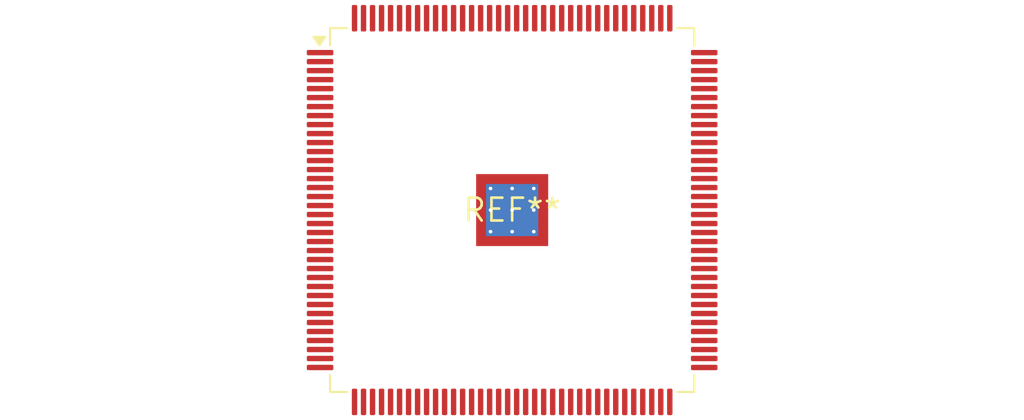
<source format=kicad_pcb>
(kicad_pcb (version 20240108) (generator pcbnew)
  (layers (0 "F.Cu" signal) (31 "B.Cu" signal) (34 "B.Paste" user) (35 "F.Paste" user) (36 "B.SilkS" user "B.Silkscreen") (37 "F.SilkS" user "F.Silkscreen") (38 "B.Mask" user) (39 "F.Mask" user) (44 "Edge.Cuts" user))
  (net 0 "")
  (footprint "EQFP-144-1EP_20x20mm_P0.5mm_EP4x4mm_ThermalVias" (layer "F.Cu") (at 0 0)
    (property "Reference" "REF**")
    (property "Value" "EQFP-144-1EP_20x20mm_P0.5mm_EP4x4mm_ThermalVias")
    (fp_line (start -10.11 -10.11) (end -10.11 -9.16) (layer "F.SilkS") (stroke (width 0.12)))
    (fp_line (start -10.11 10.11) (end -10.11 9.16) (layer "F.SilkS") (stroke (width 0.12)))
    (fp_line (start -9.16 -10.11) (end -10.11 -10.11) (layer "F.SilkS") (stroke (width 0.12)))
    (fp_line (start -9.16 10.11) (end -10.11 10.11) (layer "F.SilkS") (stroke (width 0.12)))
    (fp_line (start 9.16 -10.11) (end 10.11 -10.11) (layer "F.SilkS") (stroke (width 0.12)))
    (fp_line (start 9.16 10.11) (end 10.11 10.11) (layer "F.SilkS") (stroke (width 0.12)))
    (fp_line (start 10.11 -10.11) (end 10.11 -9.16) (layer "F.SilkS") (stroke (width 0.12)))
    (fp_line (start 10.11 10.11) (end 10.11 9.16) (layer "F.SilkS") (stroke (width 0.12)))
    (fp_poly (pts (xy -10.7 -9.16) (xy -11.04 -9.63) (xy -10.36 -9.63) (xy -10.7 -9.16)) (layer "F.SilkS") (stroke (width 0.12)) (fill solid))
    (pad "1" smd roundrect (at -10.6625 -8.75) (size 1.475 0.3) (layers "F.Cu" "F.Paste" "F.Mask"))
    (pad "2" smd roundrect (at -10.6625 -8.25) (size 1.475 0.3) (layers "F.Cu" "F.Paste" "F.Mask"))
    (pad "3" smd roundrect (at -10.6625 -7.75) (size 1.475 0.3) (layers "F.Cu" "F.Paste" "F.Mask"))
    (pad "4" smd roundrect (at -10.6625 -7.25) (size 1.475 0.3) (layers "F.Cu" "F.Paste" "F.Mask"))
    (pad "5" smd roundrect (at -10.6625 -6.75) (size 1.475 0.3) (layers "F.Cu" "F.Paste" "F.Mask"))
    (pad "6" smd roundrect (at -10.6625 -6.25) (size 1.475 0.3) (layers "F.Cu" "F.Paste" "F.Mask"))
    (pad "7" smd roundrect (at -10.6625 -5.75) (size 1.475 0.3) (layers "F.Cu" "F.Paste" "F.Mask"))
    (pad "8" smd roundrect (at -10.6625 -5.25) (size 1.475 0.3) (layers "F.Cu" "F.Paste" "F.Mask"))
    (pad "9" smd roundrect (at -10.6625 -4.75) (size 1.475 0.3) (layers "F.Cu" "F.Paste" "F.Mask"))
    (pad "10" smd roundrect (at -10.6625 -4.25) (size 1.475 0.3) (layers "F.Cu" "F.Paste" "F.Mask"))
    (pad "11" smd roundrect (at -10.6625 -3.75) (size 1.475 0.3) (layers "F.Cu" "F.Paste" "F.Mask"))
    (pad "12" smd roundrect (at -10.6625 -3.25) (size 1.475 0.3) (layers "F.Cu" "F.Paste" "F.Mask"))
    (pad "13" smd roundrect (at -10.6625 -2.75) (size 1.475 0.3) (layers "F.Cu" "F.Paste" "F.Mask"))
    (pad "14" smd roundrect (at -10.6625 -2.25) (size 1.475 0.3) (layers "F.Cu" "F.Paste" "F.Mask"))
    (pad "15" smd roundrect (at -10.6625 -1.75) (size 1.475 0.3) (layers "F.Cu" "F.Paste" "F.Mask"))
    (pad "16" smd roundrect (at -10.6625 -1.25) (size 1.475 0.3) (layers "F.Cu" "F.Paste" "F.Mask"))
    (pad "17" smd roundrect (at -10.6625 -0.75) (size 1.475 0.3) (layers "F.Cu" "F.Paste" "F.Mask"))
    (pad "18" smd roundrect (at -10.6625 -0.25) (size 1.475 0.3) (layers "F.Cu" "F.Paste" "F.Mask"))
    (pad "19" smd roundrect (at -10.6625 0.25) (size 1.475 0.3) (layers "F.Cu" "F.Paste" "F.Mask"))
    (pad "20" smd roundrect (at -10.6625 0.75) (size 1.475 0.3) (layers "F.Cu" "F.Paste" "F.Mask"))
    (pad "21" smd roundrect (at -10.6625 1.25) (size 1.475 0.3) (layers "F.Cu" "F.Paste" "F.Mask"))
    (pad "22" smd roundrect (at -10.6625 1.75) (size 1.475 0.3) (layers "F.Cu" "F.Paste" "F.Mask"))
    (pad "23" smd roundrect (at -10.6625 2.25) (size 1.475 0.3) (layers "F.Cu" "F.Paste" "F.Mask"))
    (pad "24" smd roundrect (at -10.6625 2.75) (size 1.475 0.3) (layers "F.Cu" "F.Paste" "F.Mask"))
    (pad "25" smd roundrect (at -10.6625 3.25) (size 1.475 0.3) (layers "F.Cu" "F.Paste" "F.Mask"))
    (pad "26" smd roundrect (at -10.6625 3.75) (size 1.475 0.3) (layers "F.Cu" "F.Paste" "F.Mask"))
    (pad "27" smd roundrect (at -10.6625 4.25) (size 1.475 0.3) (layers "F.Cu" "F.Paste" "F.Mask"))
    (pad "28" smd roundrect (at -10.6625 4.75) (size 1.475 0.3) (layers "F.Cu" "F.Paste" "F.Mask"))
    (pad "29" smd roundrect (at -10.6625 5.25) (size 1.475 0.3) (layers "F.Cu" "F.Paste" "F.Mask"))
    (pad "30" smd roundrect (at -10.6625 5.75) (size 1.475 0.3) (layers "F.Cu" "F.Paste" "F.Mask"))
    (pad "31" smd roundrect (at -10.6625 6.25) (size 1.475 0.3) (layers "F.Cu" "F.Paste" "F.Mask"))
    (pad "32" smd roundrect (at -10.6625 6.75) (size 1.475 0.3) (layers "F.Cu" "F.Paste" "F.Mask"))
    (pad "33" smd roundrect (at -10.6625 7.25) (size 1.475 0.3) (layers "F.Cu" "F.Paste" "F.Mask"))
    (pad "34" smd roundrect (at -10.6625 7.75) (size 1.475 0.3) (layers "F.Cu" "F.Paste" "F.Mask"))
    (pad "35" smd roundrect (at -10.6625 8.25) (size 1.475 0.3) (layers "F.Cu" "F.Paste" "F.Mask"))
    (pad "36" smd roundrect (at -10.6625 8.75) (size 1.475 0.3) (layers "F.Cu" "F.Paste" "F.Mask"))
    (pad "37" smd roundrect (at -8.75 10.6625) (size 0.3 1.475) (layers "F.Cu" "F.Paste" "F.Mask"))
    (pad "38" smd roundrect (at -8.25 10.6625) (size 0.3 1.475) (layers "F.Cu" "F.Paste" "F.Mask"))
    (pad "39" smd roundrect (at -7.75 10.6625) (size 0.3 1.475) (layers "F.Cu" "F.Paste" "F.Mask"))
    (pad "40" smd roundrect (at -7.25 10.6625) (size 0.3 1.475) (layers "F.Cu" "F.Paste" "F.Mask"))
    (pad "41" smd roundrect (at -6.75 10.6625) (size 0.3 1.475) (layers "F.Cu" "F.Paste" "F.Mask"))
    (pad "42" smd roundrect (at -6.25 10.6625) (size 0.3 1.475) (layers "F.Cu" "F.Paste" "F.Mask"))
    (pad "43" smd roundrect (at -5.75 10.6625) (size 0.3 1.475) (layers "F.Cu" "F.Paste" "F.Mask"))
    (pad "44" smd roundrect (at -5.25 10.6625) (size 0.3 1.475) (layers "F.Cu" "F.Paste" "F.Mask"))
    (pad "45" smd roundrect (at -4.75 10.6625) (size 0.3 1.475) (layers "F.Cu" "F.Paste" "F.Mask"))
    (pad "46" smd roundrect (at -4.25 10.6625) (size 0.3 1.475) (layers "F.Cu" "F.Paste" "F.Mask"))
    (pad "47" smd roundrect (at -3.75 10.6625) (size 0.3 1.475) (layers "F.Cu" "F.Paste" "F.Mask"))
    (pad "48" smd roundrect (at -3.25 10.6625) (size 0.3 1.475) (layers "F.Cu" "F.Paste" "F.Mask"))
    (pad "49" smd roundrect (at -2.75 10.6625) (size 0.3 1.475) (layers "F.Cu" "F.Paste" "F.Mask"))
    (pad "50" smd roundrect (at -2.25 10.6625) (size 0.3 1.475) (layers "F.Cu" "F.Paste" "F.Mask"))
    (pad "51" smd roundrect (at -1.75 10.6625) (size 0.3 1.475) (layers "F.Cu" "F.Paste" "F.Mask"))
    (pad "52" smd roundrect (at -1.25 10.6625) (size 0.3 1.475) (layers "F.Cu" "F.Paste" "F.Mask"))
    (pad "53" smd roundrect (at -0.75 10.6625) (size 0.3 1.475) (layers "F.Cu" "F.Paste" "F.Mask"))
    (pad "54" smd roundrect (at -0.25 10.6625) (size 0.3 1.475) (layers "F.Cu" "F.Paste" "F.Mask"))
    (pad "55" smd roundrect (at 0.25 10.6625) (size 0.3 1.475) (layers "F.Cu" "F.Paste" "F.Mask"))
    (pad "56" smd roundrect (at 0.75 10.6625) (size 0.3 1.475) (layers "F.Cu" "F.Paste" "F.Mask"))
    (pad "57" smd roundrect (at 1.25 10.6625) (size 0.3 1.475) (layers "F.Cu" "F.Paste" "F.Mask"))
    (pad "58" smd roundrect (at 1.75 10.6625) (size 0.3 1.475) (layers "F.Cu" "F.Paste" "F.Mask"))
    (pad "59" smd roundrect (at 2.25 10.6625) (size 0.3 1.475) (layers "F.Cu" "F.Paste" "F.Mask"))
    (pad "60" smd roundrect (at 2.75 10.6625) (size 0.3 1.475) (layers "F.Cu" "F.Paste" "F.Mask"))
    (pad "61" smd roundrect (at 3.25 10.6625) (size 0.3 1.475) (layers "F.Cu" "F.Paste" "F.Mask"))
    (pad "62" smd roundrect (at 3.75 10.6625) (size 0.3 1.475) (layers "F.Cu" "F.Paste" "F.Mask"))
    (pad "63" smd roundrect (at 4.25 10.6625) (size 0.3 1.475) (layers "F.Cu" "F.Paste" "F.Mask"))
    (pad "64" smd roundrect (at 4.75 10.6625) (size 0.3 1.475) (layers "F.Cu" "F.Paste" "F.Mask"))
    (pad "65" smd roundrect (at 5.25 10.6625) (size 0.3 1.475) (layers "F.Cu" "F.Paste" "F.Mask"))
    (pad "66" smd roundrect (at 5.75 10.6625) (size 0.3 1.475) (layers "F.Cu" "F.Paste" "F.Mask"))
    (pad "67" smd roundrect (at 6.25 10.6625) (size 0.3 1.475) (layers "F.Cu" "F.Paste" "F.Mask"))
    (pad "68" smd roundrect (at 6.75 10.6625) (size 0.3 1.475) (layers "F.Cu" "F.Paste" "F.Mask"))
    (pad "69" smd roundrect (at 7.25 10.6625) (size 0.3 1.475) (layers "F.Cu" "F.Paste" "F.Mask"))
    (pad "70" smd roundrect (at 7.75 10.6625) (size 0.3 1.475) (layers "F.Cu" "F.Paste" "F.Mask"))
    (pad "71" smd roundrect (at 8.25 10.6625) (size 0.3 1.475) (layers "F.Cu" "F.Paste" "F.Mask"))
    (pad "72" smd roundrect (at 8.75 10.6625) (size 0.3 1.475) (layers "F.Cu" "F.Paste" "F.Mask"))
    (pad "73" smd roundrect (at 10.6625 8.75) (size 1.475 0.3) (layers "F.Cu" "F.Paste" "F.Mask"))
    (pad "74" smd roundrect (at 10.6625 8.25) (size 1.475 0.3) (layers "F.Cu" "F.Paste" "F.Mask"))
    (pad "75" smd roundrect (at 10.6625 7.75) (size 1.475 0.3) (layers "F.Cu" "F.Paste" "F.Mask"))
    (pad "76" smd roundrect (at 10.6625 7.25) (size 1.475 0.3) (layers "F.Cu" "F.Paste" "F.Mask"))
    (pad "77" smd roundrect (at 10.6625 6.75) (size 1.475 0.3) (layers "F.Cu" "F.Paste" "F.Mask"))
    (pad "78" smd roundrect (at 10.6625 6.25) (size 1.475 0.3) (layers "F.Cu" "F.Paste" "F.Mask"))
    (pad "79" smd roundrect (at 10.6625 5.75) (size 1.475 0.3) (layers "F.Cu" "F.Paste" "F.Mask"))
    (pad "80" smd roundrect (at 10.6625 5.25) (size 1.475 0.3) (layers "F.Cu" "F.Paste" "F.Mask"))
    (pad "81" smd roundrect (at 10.6625 4.75) (size 1.475 0.3) (layers "F.Cu" "F.Paste" "F.Mask"))
    (pad "82" smd roundrect (at 10.6625 4.25) (size 1.475 0.3) (layers "F.Cu" "F.Paste" "F.Mask"))
    (pad "83" smd roundrect (at 10.6625 3.75) (size 1.475 0.3) (layers "F.Cu" "F.Paste" "F.Mask"))
    (pad "84" smd roundrect (at 10.6625 3.25) (size 1.475 0.3) (layers "F.Cu" "F.Paste" "F.Mask"))
    (pad "85" smd roundrect (at 10.6625 2.75) (size 1.475 0.3) (layers "F.Cu" "F.Paste" "F.Mask"))
    (pad "86" smd roundrect (at 10.6625 2.25) (size 1.475 0.3) (layers "F.Cu" "F.Paste" "F.Mask"))
    (pad "87" smd roundrect (at 10.6625 1.75) (size 1.475 0.3) (layers "F.Cu" "F.Paste" "F.Mask"))
    (pad "88" smd roundrect (at 10.6625 1.25) (size 1.475 0.3) (layers "F.Cu" "F.Paste" "F.Mask"))
    (pad "89" smd roundrect (at 10.6625 0.75) (size 1.475 0.3) (layers "F.Cu" "F.Paste" "F.Mask"))
    (pad "90" smd roundrect (at 10.6625 0.25) (size 1.475 0.3) (layers "F.Cu" "F.Paste" "F.Mask"))
    (pad "91" smd roundrect (at 10.6625 -0.25) (size 1.475 0.3) (layers "F.Cu" "F.Paste" "F.Mask"))
    (pad "92" smd roundrect (at 10.6625 -0.75) (size 1.475 0.3) (layers "F.Cu" "F.Paste" "F.Mask"))
    (pad "93" smd roundrect (at 10.6625 -1.25) (size 1.475 0.3) (layers "F.Cu" "F.Paste" "F.Mask"))
    (pad "94" smd roundrect (at 10.6625 -1.75) (size 1.475 0.3) (layers "F.Cu" "F.Paste" "F.Mask"))
    (pad "95" smd roundrect (at 10.6625 -2.25) (size 1.475 0.3) (layers "F.Cu" "F.Paste" "F.Mask"))
    (pad "96" smd roundrect (at 10.6625 -2.75) (size 1.475 0.3) (layers "F.Cu" "F.Paste" "F.Mask"))
    (pad "97" smd roundrect (at 10.6625 -3.25) (size 1.475 0.3) (layers "F.Cu" "F.Paste" "F.Mask"))
    (pad "98" smd roundrect (at 10.6625 -3.75) (size 1.475 0.3) (layers "F.Cu" "F.Paste" "F.Mask"))
    (pad "99" smd roundrect (at 10.6625 -4.25) (size 1.475 0.3) (layers "F.Cu" "F.Paste" "F.Mask"))
    (pad "100" smd roundrect (at 10.6625 -4.75) (size 1.475 0.3) (layers "F.Cu" "F.Paste" "F.Mask"))
    (pad "101" smd roundrect (at 10.6625 -5.25) (size 1.475 0.3) (layers "F.Cu" "F.Paste" "F.Mask"))
    (pad "102" smd roundrect (at 10.6625 -5.75) (size 1.475 0.3) (layers "F.Cu" "F.Paste" "F.Mask"))
    (pad "103" smd roundrect (at 10.6625 -6.25) (size 1.475 0.3) (layers "F.Cu" "F.Paste" "F.Mask"))
    (pad "104" smd roundrect (at 10.6625 -6.75) (size 1.475 0.3) (layers "F.Cu" "F.Paste" "F.Mask"))
    (pad "105" smd roundrect (at 10.6625 -7.25) (size 1.475 0.3) (layers "F.Cu" "F.Paste" "F.Mask"))
    (pad "106" smd roundrect (at 10.6625 -7.75) (size 1.475 0.3) (layers "F.Cu" "F.Paste" "F.Mask"))
    (pad "107" smd roundrect (at 10.6625 -8.25) (size 1.475 0.3) (layers "F.Cu" "F.Paste" "F.Mask"))
    (pad "108" smd roundrect (at 10.6625 -8.75) (size 1.475 0.3) (layers "F.Cu" "F.Paste" "F.Mask"))
    (pad "109" smd roundrect (at 8.75 -10.6625) (size 0.3 1.475) (layers "F.Cu" "F.Paste" "F.Mask"))
    (pad "110" smd roundrect (at 8.25 -10.6625) (size 0.3 1.475) (layers "F.Cu" "F.Paste" "F.Mask"))
    (pad "111" smd roundrect (at 7.75 -10.6625) (size 0.3 1.475) (layers "F.Cu" "F.Paste" "F.Mask"))
    (pad "112" smd roundrect (at 7.25 -10.6625) (size 0.3 1.475) (layers "F.Cu" "F.Paste" "F.Mask"))
    (pad "113" smd roundrect (at 6.75 -10.6625) (size 0.3 1.475) (layers "F.Cu" "F.Paste" "F.Mask"))
    (pad "114" smd roundrect (at 6.25 -10.6625) (size 0.3 1.475) (layers "F.Cu" "F.Paste" "F.Mask"))
    (pad "115" smd roundrect (at 5.75 -10.6625) (size 0.3 1.475) (layers "F.Cu" "F.Paste" "F.Mask"))
    (pad "116" smd roundrect (at 5.25 -10.6625) (size 0.3 1.475) (layers "F.Cu" "F.Paste" "F.Mask"))
    (pad "117" smd roundrect (at 4.75 -10.6625) (size 0.3 1.475) (layers "F.Cu" "F.Paste" "F.Mask"))
    (pad "118" smd roundrect (at 4.25 -10.6625) (size 0.3 1.475) (layers "F.Cu" "F.Paste" "F.Mask"))
    (pad "119" smd roundrect (at 3.75 -10.6625) (size 0.3 1.475) (layers "F.Cu" "F.Paste" "F.Mask"))
    (pad "120" smd roundrect (at 3.25 -10.6625) (size 0.3 1.475) (layers "F.Cu" "F.Paste" "F.Mask"))
    (pad "121" smd roundrect (at 2.75 -10.6625) (size 0.3 1.475) (layers "F.Cu" "F.Paste" "F.Mask"))
    (pad "122" smd roundrect (at 2.25 -10.6625) (size 0.3 1.475) (layers "F.Cu" "F.Paste" "F.Mask"))
    (pad "123" smd roundrect (at 1.75 -10.6625) (size 0.3 1.475) (layers "F.Cu" "F.Paste" "F.Mask"))
    (pad "124" smd roundrect (at 1.25 -10.6625) (size 0.3 1.475) (layers "F.Cu" "F.Paste" "F.Mask"))
    (pad "125" smd roundrect (at 0.75 -10.6625) (size 0.3 1.475) (layers "F.Cu" "F.Paste" "F.Mask"))
    (pad "126" smd roundrect (at 0.25 -10.6625) (size 0.3 1.475) (layers "F.Cu" "F.Paste" "F.Mask"))
    (pad "127" smd roundrect (at -0.25 -10.6625) (size 0.3 1.475) (layers "F.Cu" "F.Paste" "F.Mask"))
    (pad "128" smd roundrect (at -0.75 -10.6625) (size 0.3 1.475) (layers "F.Cu" "F.Paste" "F.Mask"))
    (pad "129" smd roundrect (at -1.25 -10.6625) (size 0.3 1.475) (layers "F.Cu" "F.Paste" "F.Mask"))
    (pad "130" smd roundrect (at -1.75 -10.6625) (size 0.3 1.475) (layers "F.Cu" "F.Paste" "F.Mask"))
    (pad "131" smd roundrect (at -2.25 -10.6625) (size 0.3 1.475) (layers "F.Cu" "F.Paste" "F.Mask"))
    (pad "132" smd roundrect (at -2.75 -10.6625) (size 0.3 1.475) (layers "F.Cu" "F.Paste" "F.Mask"))
    (pad "133" smd roundrect (at -3.25 -10.6625) (size 0.3 1.475) (layers "F.Cu" "F.Paste" "F.Mask"))
    (pad "134" smd roundrect (at -3.75 -10.6625) (size 0.3 1.475) (layers "F.Cu" "F.Paste" "F.Mask"))
    (pad "135" smd roundrect (at -4.25 -10.6625) (size 0.3 1.475) (layers "F.Cu" "F.Paste" "F.Mask"))
    (pad "136" smd roundrect (at -4.75 -10.6625) (size 0.3 1.475) (layers "F.Cu" "F.Paste" "F.Mask"))
    (pad "137" smd roundrect (at -5.25 -10.6625) (size 0.3 1.475) (layers "F.Cu" "F.Paste" "F.Mask"))
    (pad "138" smd roundrect (at -5.75 -10.6625) (size 0.3 1.475) (layers "F.Cu" "F.Paste" "F.Mask"))
    (pad "139" smd roundrect (at -6.25 -10.6625) (size 0.3 1.475) (layers "F.Cu" "F.Paste" "F.Mask"))
    (pad "140" smd roundrect (at -6.75 -10.6625) (size 0.3 1.475) (layers "F.Cu" "F.Paste" "F.Mask"))
    (pad "141" smd roundrect (at -7.25 -10.6625) (size 0.3 1.475) (layers "F.Cu" "F.Paste" "F.Mask"))
    (pad "142" smd roundrect (at -7.75 -10.6625) (size 0.3 1.475) (layers "F.Cu" "F.Paste" "F.Mask"))
    (pad "143" smd roundrect (at -8.25 -10.6625) (size 0.3 1.475) (layers "F.Cu" "F.Paste" "F.Mask"))
    (pad "144" smd roundrect (at -8.75 -10.6625) (size 0.3 1.475) (layers "F.Cu" "F.Paste" "F.Mask"))
    (pad "145" thru_hole circle (at -1.2 -1.2) (size 0.5 0.5) (drill 0.2) (property pad_prop_heatsink) (layers *.Cu) (remove_unused_layers))
    (pad "145" thru_hole circle (at -1.2 0) (size 0.5 0.5) (drill 0.2) (property pad_prop_heatsink) (layers *.Cu) (remove_unused_layers))
    (pad "145" thru_hole circle (at -1.2 1.2) (size 0.5 0.5) (drill 0.2) (property pad_prop_heatsink) (layers *.Cu) (remove_unused_layers))
    (pad "145" thru_hole circle (at 0 -1.2) (size 0.5 0.5) (drill 0.2) (property pad_prop_heatsink) (layers *.Cu) (remove_unused_layers))
    (pad "145" thru_hole circle (at 0 0) (size 0.5 0.5) (drill 0.2) (property pad_prop_heatsink) (layers *.Cu) (remove_unused_layers))
    (pad "145" smd rect (at 0 0) (size 2.9 2.9) (property pad_prop_heatsink) (layers "B.Cu"))
    (pad "145" smd rect (at 0 0) (size 4 4) (property pad_prop_heatsink) (layers "F.Cu" "F.Mask"))
    (pad "145" thru_hole circle (at 0 1.2) (size 0.5 0.5) (drill 0.2) (property pad_prop_heatsink) (layers *.Cu) (remove_unused_layers))
    (pad "145" thru_hole circle (at 1.2 -1.2) (size 0.5 0.5) (drill 0.2) (property pad_prop_heatsink) (layers *.Cu) (remove_unused_layers))
    (pad "145" thru_hole circle (at 1.2 0) (size 0.5 0.5) (drill 0.2) (property pad_prop_heatsink) (layers *.Cu) (remove_unused_layers))
    (pad "145" thru_hole circle (at 1.2 1.2) (size 0.5 0.5) (drill 0.2) (property pad_prop_heatsink) (layers *.Cu) (remove_unused_layers))
  )
)
</source>
